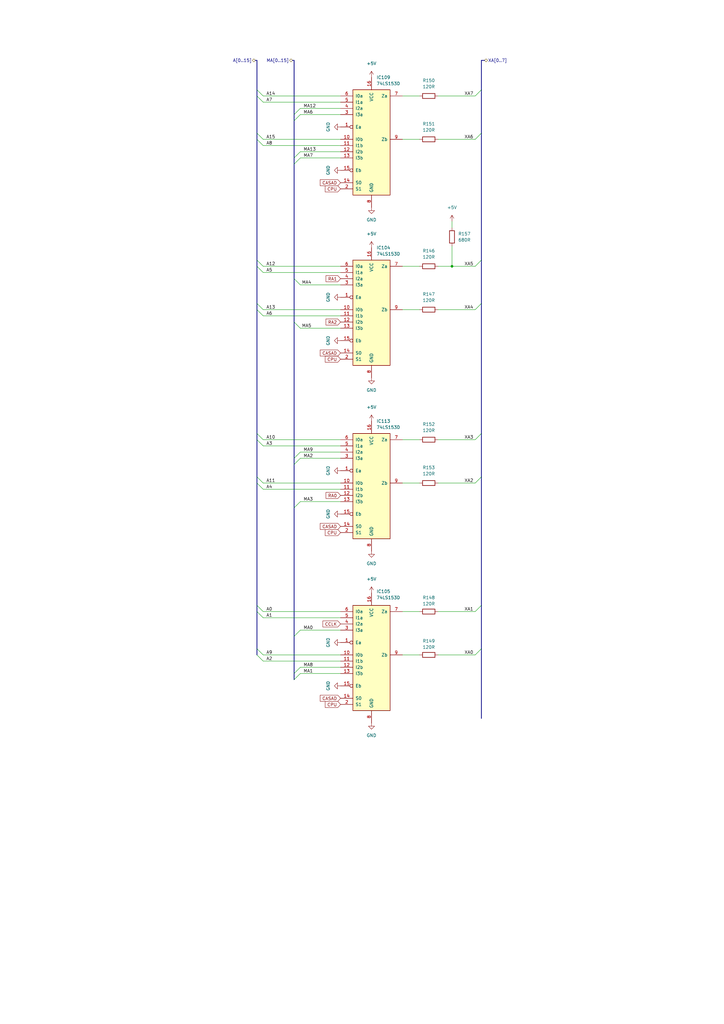
<source format=kicad_sch>
(kicad_sch (version 20211123) (generator eeschema)
  (paper "A3" portrait)
  (lib_symbols
    (symbol "74xx:74LS153" (pin_names (offset 1.016))
      (property "Reference" "U" (at -7.62 21.59 0))
      (property "Value" "74LS153" (at -7.62 -24.13 0))
      (symbol "74LS153_1_0"
        (pin input inverted (at -12.7 5.08 0) (length 5.08) (name "Ea") (number "1"))
        (pin input line (at -12.7 0 0) (length 5.08) (name "I0b") (number "10"))
        (pin input line (at -12.7 -2.54 0) (length 5.08) (name "I1b") (number "11"))
        (pin input line (at -12.7 -5.08 0) (length 5.08) (name "I2b") (number "12"))
        (pin input line (at -12.7 -7.62 0) (length 5.08) (name "I3b") (number "13"))
        (pin input line (at -12.7 -17.78 0) (length 5.08) (name "S0") (number "14"))
        (pin input inverted (at -12.7 -12.7 0) (length 5.08) (name "Eb") (number "15"))
        (pin power_in line (at 0 25.4 270) (length 5.08) (name "VCC") (number "16"))
        (pin input line (at -12.7 -20.32 0) (length 5.08) (name "S1") (number "2"))
        (pin input line (at -12.7 10.16 0) (length 5.08) (name "I3a") (number "3"))
        (pin input line (at -12.7 12.7 0) (length 5.08) (name "I2a") (number "4"))
        (pin input line (at -12.7 15.24 0) (length 5.08) (name "I1a") (number "5"))
        (pin input line (at -12.7 17.78 0) (length 5.08) (name "I0a") (number "6"))
        (pin output line (at 12.7 17.78 180) (length 5.08) (name "Za") (number "7"))
        (pin power_in line (at 0 -27.94 90) (length 5.08) (name "GND") (number "8"))
        (pin output line (at 12.7 0 180) (length 5.08) (name "Zb") (number "9"))
      )
      (symbol "74LS153_1_1"
        (rectangle (start -7.62 20.32) (end 7.62 -22.86) (stroke (width 0.254)) (fill (type background)))
      )
    )
    (symbol "Device:R" (pin_numbers hide) (pin_names (offset 0))
      (property "Reference" "R" (at 2.032 0 90))
      (property "Value" "R" (at 0 0 90))
      (symbol "R_0_1"
        (rectangle (start -1.016 -2.54) (end 1.016 2.54) (stroke (width 0.254)))
      )
      (symbol "R_1_1"
        (pin passive line (at 0 3.81 270) (length 1.27) (name "~") (number "1"))
        (pin passive line (at 0 -3.81 90) (length 1.27) (name "~") (number "2"))
      )
    )
    (symbol "power:+5V" (power) (pin_names (offset 0))
      (property "Value" "+5V" (at 0 3.556 0))
      (symbol "+5V_0_1"
        (polyline (pts (xy -0.762 1.27) (xy 0 2.54)))
        (polyline (pts (xy 0 0) (xy 0 2.54)))
        (polyline (pts (xy 0 2.54) (xy 0.762 1.27)))
      )
      (symbol "+5V_1_1"
        (pin power_in line (at 0 0 90) (length 0) hide (name "+5V") (number "1"))
      )
    )
    (symbol "power:GND" (power) (pin_names (offset 0))
      (property "Value" "GND" (at 0 -3.81 0))
      (symbol "GND_0_1"
        (polyline (pts (xy 0 0) (xy 0 -1.27) (xy 1.27 -1.27) (xy 0 -2.54) (xy -1.27 -1.27) (xy 0 -1.27)))
      )
      (symbol "GND_1_1"
        (pin power_in line (at 0 0 270) (length 0) hide (name "GND") (number "1"))
      )
    )
  )
  (junction (at 185.42 109.22))
  (bus_entry (at 105.41 127) (size 2.54 2.54))
  (bus_entry (at 120.65 46.99) (size 2.54 -2.54))
  (bus_entry (at 105.41 54.61) (size 2.54 2.54))
  (bus_entry (at 105.41 266.065) (size 2.54 2.54))
  (bus_entry (at 105.41 36.83) (size 2.54 2.54))
  (bus_entry (at 105.41 57.15) (size 2.54 2.54))
  (bus_entry (at 194.945 39.37) (size 2.54 -2.54))
  (bus_entry (at 105.41 198.12) (size 2.54 2.54))
  (bus_entry (at 105.41 195.58) (size 2.54 2.54))
  (bus_entry (at 194.945 250.825) (size 2.54 -2.54))
  (bus_entry (at 105.41 177.8) (size 2.54 2.54))
  (bus_entry (at 194.945 198.12) (size 2.54 -2.54))
  (bus_entry (at 105.41 109.22) (size 2.54 2.54))
  (bus_entry (at 120.65 132.08) (size 2.54 2.54))
  (bus_entry (at 120.65 278.765) (size 2.54 -2.54))
  (bus_entry (at 194.945 57.15) (size 2.54 -2.54))
  (bus_entry (at 194.945 127) (size 2.54 -2.54))
  (bus_entry (at 105.41 180.34) (size 2.54 2.54))
  (bus_entry (at 120.65 260.985) (size 2.54 -2.54))
  (bus_entry (at 194.945 180.34) (size 2.54 -2.54))
  (bus_entry (at 120.65 208.28) (size 2.54 -2.54))
  (bus_entry (at 105.41 106.68) (size 2.54 2.54))
  (bus_entry (at 194.945 109.22) (size 2.54 -2.54))
  (bus_entry (at 105.41 124.46) (size 2.54 2.54))
  (bus_entry (at 105.41 39.37) (size 2.54 2.54))
  (bus_entry (at 120.65 49.53) (size 2.54 -2.54))
  (bus_entry (at 105.41 268.605) (size 2.54 2.54))
  (bus_entry (at 120.65 114.3) (size 2.54 2.54))
  (bus_entry (at 120.65 276.225) (size 2.54 -2.54))
  (bus_entry (at 120.65 67.31) (size 2.54 -2.54))
  (bus_entry (at 120.65 190.5) (size 2.54 -2.54))
  (bus_entry (at 105.41 250.825) (size 2.54 2.54))
  (bus_entry (at 120.65 187.96) (size 2.54 -2.54))
  (bus_entry (at 120.65 64.77) (size 2.54 -2.54))
  (bus_entry (at 194.945 268.605) (size 2.54 -2.54))
  (bus_entry (at 105.41 248.285) (size 2.54 2.54))
  (bus (pts (xy 105.41 57.15) (xy 105.41 106.68)))
  (bus (pts (xy 197.485 177.8) (xy 197.485 195.58)))
  (bus (pts (xy 120.65 46.99) (xy 120.65 49.53)))
  (wire (pts (xy 165.1 180.34) (xy 172.085 180.34)))
  (wire (pts (xy 179.705 180.34) (xy 194.945 180.34)))
  (bus (pts (xy 105.41 180.34) (xy 105.41 195.58)))
  (wire (pts (xy 107.95 57.15) (xy 139.7 57.15)))
  (bus (pts (xy 120.65 208.28) (xy 120.65 260.985)))
  (wire (pts (xy 179.705 109.22) (xy 185.42 109.22)))
  (bus (pts (xy 120.65 276.225) (xy 120.65 278.765)))
  (wire (pts (xy 107.95 182.88) (xy 139.7 182.88)))
  (bus (pts (xy 198.755 24.765) (xy 197.485 24.765)))
  (wire (pts (xy 165.1 39.37) (xy 172.085 39.37)))
  (bus (pts (xy 105.41 54.61) (xy 105.41 57.15)))
  (bus (pts (xy 105.41 248.285) (xy 105.41 250.825)))
  (wire (pts (xy 123.19 44.45) (xy 139.7 44.45)))
  (wire (pts (xy 107.95 198.12) (xy 139.7 198.12)))
  (bus (pts (xy 120.65 67.31) (xy 120.65 114.3)))
  (wire (pts (xy 107.95 111.76) (xy 139.7 111.76)))
  (bus (pts (xy 197.485 248.285) (xy 197.485 266.065)))
  (wire (pts (xy 185.42 100.965) (xy 185.42 109.22)))
  (wire (pts (xy 123.19 46.99) (xy 139.7 46.99)))
  (wire (pts (xy 179.705 250.825) (xy 194.945 250.825)))
  (wire (pts (xy 179.705 39.37) (xy 194.945 39.37)))
  (wire (pts (xy 107.95 127) (xy 139.7 127)))
  (bus (pts (xy 197.485 24.765) (xy 197.485 36.83)))
  (bus (pts (xy 105.41 195.58) (xy 105.41 198.12)))
  (wire (pts (xy 179.705 127) (xy 194.945 127)))
  (wire (pts (xy 107.95 271.145) (xy 139.7 271.145)))
  (wire (pts (xy 107.95 250.825) (xy 139.7 250.825)))
  (bus (pts (xy 197.485 195.58) (xy 197.485 248.285)))
  (wire (pts (xy 123.19 134.62) (xy 139.7 134.62)))
  (wire (pts (xy 107.95 129.54) (xy 139.7 129.54)))
  (bus (pts (xy 120.65 24.765) (xy 120.65 46.99)))
  (wire (pts (xy 165.1 268.605) (xy 172.085 268.605)))
  (bus (pts (xy 120.65 260.985) (xy 120.65 276.225)))
  (bus (pts (xy 120.65 190.5) (xy 120.65 208.28)))
  (wire (pts (xy 107.95 253.365) (xy 139.7 253.365)))
  (bus (pts (xy 105.41 177.8) (xy 105.41 180.34)))
  (wire (pts (xy 123.19 205.74) (xy 139.7 205.74)))
  (wire (pts (xy 123.19 116.84) (xy 139.7 116.84)))
  (bus (pts (xy 105.41 109.22) (xy 105.41 124.46)))
  (wire (pts (xy 123.19 273.685) (xy 139.7 273.685)))
  (wire (pts (xy 107.95 39.37) (xy 139.7 39.37)))
  (wire (pts (xy 165.1 127) (xy 172.085 127)))
  (bus (pts (xy 197.485 36.83) (xy 197.485 54.61)))
  (bus (pts (xy 105.41 124.46) (xy 105.41 127)))
  (wire (pts (xy 179.705 268.605) (xy 194.945 268.605)))
  (bus (pts (xy 104.775 24.765) (xy 105.41 24.765)))
  (bus (pts (xy 120.65 187.96) (xy 120.65 190.5)))
  (bus (pts (xy 120.65 132.08) (xy 120.65 187.96)))
  (wire (pts (xy 123.19 64.77) (xy 139.7 64.77)))
  (bus (pts (xy 105.41 250.825) (xy 105.41 266.065)))
  (bus (pts (xy 197.485 266.065) (xy 197.485 294.64)))
  (wire (pts (xy 185.42 109.22) (xy 194.945 109.22)))
  (bus (pts (xy 105.41 266.065) (xy 105.41 268.605)))
  (bus (pts (xy 197.485 54.61) (xy 197.485 106.68)))
  (bus (pts (xy 105.41 127) (xy 105.41 177.8)))
  (wire (pts (xy 165.1 198.12) (xy 172.085 198.12)))
  (wire (pts (xy 123.19 187.96) (xy 139.7 187.96)))
  (wire (pts (xy 107.95 41.91) (xy 139.7 41.91)))
  (bus (pts (xy 105.41 106.68) (xy 105.41 109.22)))
  (bus (pts (xy 105.41 36.83) (xy 105.41 39.37)))
  (bus (pts (xy 105.41 198.12) (xy 105.41 248.285)))
  (bus (pts (xy 105.41 24.765) (xy 105.41 36.83)))
  (bus (pts (xy 120.015 24.765) (xy 120.65 24.765)))
  (wire (pts (xy 165.1 57.15) (xy 172.085 57.15)))
  (bus (pts (xy 105.41 39.37) (xy 105.41 54.61)))
  (wire (pts (xy 123.19 276.225) (xy 139.7 276.225)))
  (bus (pts (xy 120.65 114.3) (xy 120.65 132.08)))
  (wire (pts (xy 107.95 180.34) (xy 139.7 180.34)))
  (wire (pts (xy 165.1 250.825) (xy 172.085 250.825)))
  (bus (pts (xy 197.485 124.46) (xy 197.485 177.8)))
  (wire (pts (xy 123.19 185.42) (xy 139.7 185.42)))
  (wire (pts (xy 107.95 109.22) (xy 139.7 109.22)))
  (wire (pts (xy 107.95 268.605) (xy 139.7 268.605)))
  (wire (pts (xy 123.19 258.445) (xy 139.7 258.445)))
  (bus (pts (xy 197.485 106.68) (xy 197.485 124.46)))
  (wire (pts (xy 107.95 59.69) (xy 139.7 59.69)))
  (wire (pts (xy 179.705 57.15) (xy 194.945 57.15)))
  (bus (pts (xy 120.65 64.77) (xy 120.65 67.31)))
  (wire (pts (xy 185.42 90.805) (xy 185.42 93.345)))
  (wire (pts (xy 179.705 198.12) (xy 194.945 198.12)))
  (wire (pts (xy 165.1 109.22) (xy 172.085 109.22)))
  (bus (pts (xy 120.65 49.53) (xy 120.65 64.77)))
  (wire (pts (xy 123.19 62.23) (xy 139.7 62.23)))
  (wire (pts (xy 107.95 200.66) (xy 139.7 200.66)))
  (label "XA7" (at 190.5 39.37 0))
  (label "MA0" (at 124.46 258.445 0))
  (label "MA1" (at 124.46 276.225 0))
  (label "MA7" (at 124.46 64.77 0))
  (label "A15" (at 109.22 57.15 0))
  (label "MA13" (at 124.46 62.23 0))
  (label "MA12" (at 124.46 44.45 0))
  (label "A11" (at 109.22 198.12 0))
  (label "A9" (at 109.22 268.605 0))
  (label "MA4" (at 123.825 116.84 0))
  (label "A12" (at 109.22 109.22 0))
  (label "MA8" (at 124.46 273.685 0))
  (label "A1" (at 109.22 253.365 0))
  (label "XA2" (at 190.5 198.12 0))
  (label "XA3" (at 190.5 180.34 0))
  (label "A5" (at 109.22 111.76 0))
  (label "A10" (at 109.22 180.34 0))
  (label "MA2" (at 124.46 187.96 0))
  (label "MA3" (at 124.46 205.74 0))
  (label "A0" (at 109.22 250.825 0))
  (label "A7" (at 109.22 41.91 0))
  (label "A2" (at 109.22 271.145 0))
  (label "A4" (at 109.22 200.66 0))
  (label "A13" (at 109.22 127 0))
  (label "A6" (at 109.22 129.54 0))
  (label "XA0" (at 190.5 268.605 0))
  (label "MA6" (at 124.46 46.99 0))
  (label "XA5" (at 190.5 109.22 0))
  (label "XA6" (at 190.5 57.15 0))
  (label "MA5" (at 123.825 134.62 0))
  (label "XA1" (at 190.5 250.825 0))
  (label "A14" (at 109.22 39.37 0))
  (label "A8" (at 109.22 59.69 0))
  (label "XA4" (at 190.5 127 0))
  (label "A3" (at 109.22 182.88 0))
  (label "MA9" (at 124.46 185.42 0))
  (global_label "CASAD" (shape input) (at 139.7 215.9 180) (property "Intersheet References" "${INTERSHEET_REFS}" (effects hide)))
  (global_label "CPU" (shape input) (at 139.7 218.44 180) (property "Intersheet References" "${INTERSHEET_REFS}" (effects hide)))
  (global_label "CASAD" (shape input) (at 139.7 74.93 180) (property "Intersheet References" "${INTERSHEET_REFS}" (effects hide)))
  (global_label "CCLK" (shape input) (at 139.7 255.905 180) (property "Intersheet References" "${INTERSHEET_REFS}" (effects hide)))
  (global_label "CASAD" (shape input) (at 139.7 286.385 180) (property "Intersheet References" "${INTERSHEET_REFS}" (effects hide)))
  (global_label "RA2" (shape input) (at 139.7 132.08 180) (property "Intersheet References" "${INTERSHEET_REFS}" (effects hide)))
  (global_label "CASAD" (shape input) (at 139.7 144.78 180) (property "Intersheet References" "${INTERSHEET_REFS}" (effects hide)))
  (global_label "CPU" (shape input) (at 139.7 288.925 180) (property "Intersheet References" "${INTERSHEET_REFS}" (effects hide)))
  (global_label "CPU" (shape input) (at 139.7 147.32 180) (property "Intersheet References" "${INTERSHEET_REFS}" (effects hide)))
  (global_label "CPU" (shape input) (at 139.7 77.47 180) (property "Intersheet References" "${INTERSHEET_REFS}" (effects hide)))
  (global_label "RA0" (shape input) (at 139.7 203.2 180) (property "Intersheet References" "${INTERSHEET_REFS}" (effects hide)))
  (global_label "RA1" (shape input) (at 139.7 114.3 180) (property "Intersheet References" "${INTERSHEET_REFS}" (effects hide)))
  (hierarchical_label "XA[0..7]" (shape bidirectional) (at 198.755 24.765 0))
  (hierarchical_label "MA[0..15]" (shape bidirectional) (at 120.015 24.765 180))
  (hierarchical_label "A[0..15]" (shape bidirectional) (at 104.775 24.765 180))
  (symbol (lib_id "power:GND") (at 139.7 210.82 270) (unit 1)
    (property "Reference" "#PWR0160" (effects hide))
    (property "Value" "GND" (at 134.62 210.82 0))
  )
  (symbol (lib_id "power:GND") (at 139.7 281.305 270) (unit 1)
    (property "Reference" "#PWR0168" (effects hide))
    (property "Value" "GND" (at 134.62 281.305 0))
  )
  (symbol (lib_id "power:GND") (at 139.7 69.85 270) (unit 1)
    (property "Reference" "#PWR0161" (effects hide))
    (property "Value" "GND" (at 134.62 69.85 0))
  )
  (symbol (lib_id "power:GND") (at 139.7 52.07 270) (unit 1)
    (property "Reference" "#PWR0162" (effects hide))
    (property "Value" "GND" (at 134.62 52.07 0))
  )
  (symbol (lib_id "74xx:74LS153") (at 152.4 57.15 0) (unit 1)
    (property "Reference" "IC109" (at 154.4194 31.75 0) (effects (justify left)))
    (property "Value" "74LS153D" (at 154.4194 34.29 0) (effects (justify left)))
    (property "Footprint" "Package_SO:SOIC-16_3.9x9.9mm_P1.27mm" (effects hide))
    (property "Datasheet" "http://www.ti.com/lit/gpn/sn74LS153" (effects hide))
  )
  (symbol (lib_id "Device:R") (at 175.895 109.22 90) (unit 1)
    (property "Reference" "R146" (at 175.895 102.87 90))
    (property "Value" "120R" (at 175.895 105.41 90))
    (property "Footprint" "Resistor_SMD:R_0805_2012Metric" (effects hide))
    (property "LCSC" "C114245" (effects hide))
  )
  (symbol (lib_id "Device:R") (at 175.895 250.825 90) (unit 1)
    (property "Reference" "R148" (at 175.895 245.11 90))
    (property "Value" "120R" (at 175.895 247.65 90))
    (property "Footprint" "Resistor_SMD:R_0805_2012Metric" (effects hide))
    (property "LCSC" "C114245" (effects hide))
  )
  (symbol (lib_id "Device:R") (at 185.42 97.155 180) (unit 1)
    (property "Reference" "R157" (at 187.96 95.8849 0) (effects (justify right)))
    (property "Value" "680R" (at 187.96 98.4249 0) (effects (justify right)))
    (property "Footprint" "Resistor_SMD:R_0805_2012Metric" (effects hide))
    (property "LCSC" "C114549" (effects hide))
  )
  (symbol (lib_id "power:GND") (at 139.7 193.04 270) (unit 1)
    (property "Reference" "#PWR0159" (effects hide))
    (property "Value" "GND" (at 134.62 193.04 0))
  )
  (symbol (lib_id "Device:R") (at 175.895 180.34 90) (unit 1)
    (property "Reference" "R152" (at 175.895 173.99 90))
    (property "Value" "120R" (at 175.895 176.53 90))
    (property "Footprint" "Resistor_SMD:R_0805_2012Metric" (effects hide))
    (property "LCSC" "C114245" (effects hide))
  )
  (symbol (lib_id "power:GND") (at 152.4 226.06 0) (unit 1)
    (property "Reference" "#PWR0157" (effects hide))
    (property "Value" "GND" (at 152.4 231.14 0))
  )
  (symbol (lib_id "power:+5V") (at 152.4 31.75 0) (unit 1)
    (property "Reference" "#PWR0163" (effects hide))
    (property "Value" "+5V" (at 152.4 26.035 0))
  )
  (symbol (lib_id "Device:R") (at 175.895 198.12 90) (unit 1)
    (property "Reference" "R153" (at 175.895 191.77 90))
    (property "Value" "120R" (at 175.895 194.31 90))
    (property "Footprint" "Resistor_SMD:R_0805_2012Metric" (effects hide))
    (property "LCSC" "C114245" (effects hide))
  )
  (symbol (lib_id "power:+5V") (at 152.4 101.6 0) (unit 1)
    (property "Reference" "#PWR0165" (effects hide))
    (property "Value" "+5V" (at 152.4 95.885 0))
  )
  (symbol (lib_id "74xx:74LS153") (at 152.4 127 0) (unit 1)
    (property "Reference" "IC104" (at 154.4194 101.6 0) (effects (justify left)))
    (property "Value" "74LS153D" (at 154.4194 104.14 0) (effects (justify left)))
    (property "Footprint" "Package_SO:SOIC-16_3.9x9.9mm_P1.27mm" (effects hide))
    (property "Datasheet" "http://www.ti.com/lit/gpn/sn74LS153" (effects hide))
  )
  (symbol (lib_id "Device:R") (at 175.895 57.15 90) (unit 1)
    (property "Reference" "R151" (at 175.895 50.8 90))
    (property "Value" "120R" (at 175.895 53.34 90))
    (property "Footprint" "Resistor_SMD:R_0805_2012Metric" (effects hide))
    (property "LCSC" "C114245" (effects hide))
  )
  (symbol (lib_id "power:+5V") (at 185.42 90.805 0) (unit 1)
    (property "Reference" "#PWR0164" (effects hide))
    (property "Value" "+5V" (at 185.42 85.09 0))
  )
  (symbol (lib_id "power:GND") (at 139.7 121.92 270) (unit 1)
    (property "Reference" "#PWR0155" (effects hide))
    (property "Value" "GND" (at 134.62 121.92 0))
  )
  (symbol (lib_id "Device:R") (at 175.895 127 90) (unit 1)
    (property "Reference" "R147" (at 175.895 120.65 90))
    (property "Value" "120R" (at 175.895 123.19 90))
    (property "Footprint" "Resistor_SMD:R_0805_2012Metric" (effects hide))
    (property "LCSC" "C114245" (effects hide))
  )
  (symbol (lib_id "power:GND") (at 139.7 263.525 270) (unit 1)
    (property "Reference" "#PWR0167" (effects hide))
    (property "Value" "GND" (at 134.62 263.525 0))
  )
  (symbol (lib_id "power:GND") (at 152.4 85.09 0) (unit 1)
    (property "Reference" "#PWR0166" (effects hide))
    (property "Value" "GND" (at 152.4 90.17 0))
  )
  (symbol (lib_id "power:GND") (at 152.4 296.545 0) (unit 1)
    (property "Reference" "#PWR0169" (effects hide))
    (property "Value" "GND" (at 152.4 301.625 0))
  )
  (symbol (lib_id "power:+5V") (at 152.4 172.72 0) (unit 1)
    (property "Reference" "#PWR0153" (effects hide))
    (property "Value" "+5V" (at 152.4 167.005 0))
  )
  (symbol (lib_id "74xx:74LS153") (at 152.4 198.12 0) (unit 1)
    (property "Reference" "IC113" (at 154.4194 172.72 0) (effects (justify left)))
    (property "Value" "74LS153D" (at 154.4194 175.26 0) (effects (justify left)))
    (property "Footprint" "Package_SO:SOIC-16_3.9x9.9mm_P1.27mm" (effects hide))
    (property "Datasheet" "http://www.ti.com/lit/gpn/sn74LS153" (effects hide))
  )
  (symbol (lib_id "power:GND") (at 152.4 154.94 0) (unit 1)
    (property "Reference" "#PWR0154" (effects hide))
    (property "Value" "GND" (at 152.4 160.02 0))
  )
  (symbol (lib_id "power:GND") (at 139.7 139.7 270) (unit 1)
    (property "Reference" "#PWR0156" (effects hide))
    (property "Value" "GND" (at 134.62 139.7 0))
  )
  (symbol (lib_id "74xx:74LS153") (at 152.4 268.605 0) (unit 1)
    (property "Reference" "IC105" (at 154.4194 242.57 0) (effects (justify left)))
    (property "Value" "74LS153D" (at 154.4194 245.11 0) (effects (justify left)))
    (property "Footprint" "Package_SO:SOIC-16_3.9x9.9mm_P1.27mm" (effects hide))
    (property "Datasheet" "http://www.ti.com/lit/gpn/sn74LS153" (effects hide))
  )
  (symbol (lib_id "Device:R") (at 175.895 39.37 90) (unit 1)
    (property "Reference" "R150" (at 175.895 33.02 90))
    (property "Value" "120R" (at 175.895 35.56 90))
    (property "Footprint" "Resistor_SMD:R_0805_2012Metric" (effects hide))
    (property "LCSC" "C114245" (effects hide))
  )
  (symbol (lib_id "Device:R") (at 175.895 268.605 90) (unit 1)
    (property "Reference" "R149" (at 175.895 262.89 90))
    (property "Value" "120R" (at 175.895 265.43 90))
    (property "Footprint" "Resistor_SMD:R_0805_2012Metric" (effects hide))
    (property "LCSC" "C114245" (effects hide))
  )
  (symbol (lib_id "power:+5V") (at 152.4 243.205 0) (unit 1)
    (property "Reference" "#PWR0158" (effects hide))
    (property "Value" "+5V" (at 152.4 237.49 0))
  )
)
</source>
